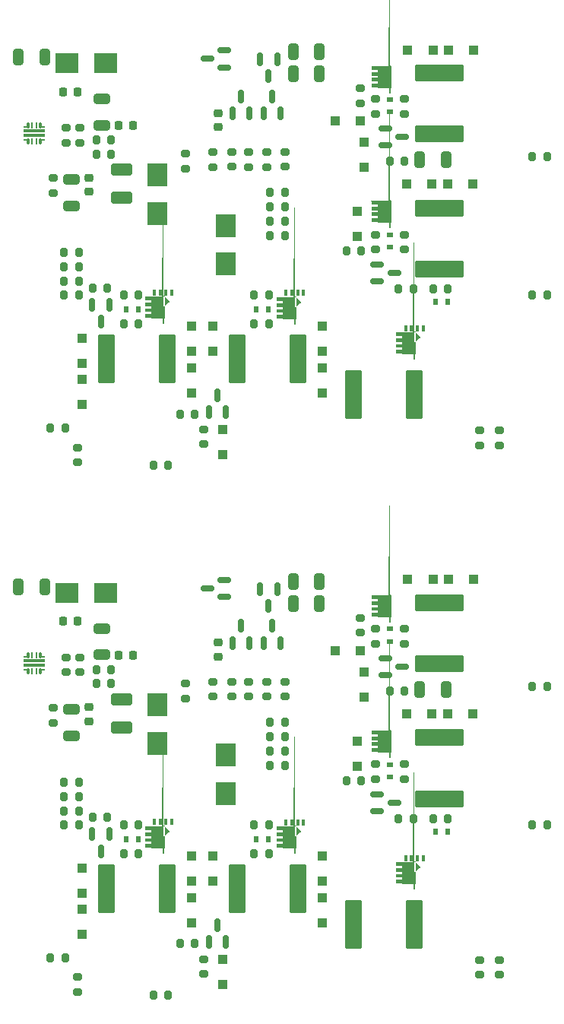
<source format=gbr>
%TF.GenerationSoftware,KiCad,Pcbnew,6.0.11+dfsg-1*%
%TF.CreationDate,2024-04-29T12:11:32+01:00*%
%TF.ProjectId,panel,70616e65-6c2e-46b6-9963-61645f706362,rev?*%
%TF.SameCoordinates,Original*%
%TF.FileFunction,Paste,Bot*%
%TF.FilePolarity,Positive*%
%FSLAX46Y46*%
G04 Gerber Fmt 4.6, Leading zero omitted, Abs format (unit mm)*
G04 Created by KiCad (PCBNEW 6.0.11+dfsg-1) date 2024-04-29 12:11:32*
%MOMM*%
%LPD*%
G01*
G04 APERTURE LIST*
G04 Aperture macros list*
%AMRoundRect*
0 Rectangle with rounded corners*
0 $1 Rounding radius*
0 $2 $3 $4 $5 $6 $7 $8 $9 X,Y pos of 4 corners*
0 Add a 4 corners polygon primitive as box body*
4,1,4,$2,$3,$4,$5,$6,$7,$8,$9,$2,$3,0*
0 Add four circle primitives for the rounded corners*
1,1,$1+$1,$2,$3*
1,1,$1+$1,$4,$5*
1,1,$1+$1,$6,$7*
1,1,$1+$1,$8,$9*
0 Add four rect primitives between the rounded corners*
20,1,$1+$1,$2,$3,$4,$5,0*
20,1,$1+$1,$4,$5,$6,$7,0*
20,1,$1+$1,$6,$7,$8,$9,0*
20,1,$1+$1,$8,$9,$2,$3,0*%
%AMFreePoly0*
4,1,5,0.202500,-0.377500,-0.202500,-0.377500,-0.202500,0.377500,0.202500,0.377500,0.202500,-0.377500,0.202500,-0.377500,$1*%
%AMFreePoly1*
4,1,53,0.118849,1.240000,0.127973,1.217973,0.150000,1.208849,0.168849,1.208849,0.168849,-1.228849,0.150000,-1.228849,0.127973,-1.237973,0.118849,-1.260000,0.118849,-1.828849,-0.118849,-1.828849,-0.118849,-1.260000,-0.127973,-1.237973,-0.150000,-1.228849,-1.318849,-1.228849,-1.318849,-1.210000,-1.327973,-1.187973,-1.350000,-1.178849,-2.018849,-1.178849,-2.018849,-0.791151,-1.350000,-0.791151,
-1.327973,-0.782027,-1.318849,-0.760000,-1.318849,-0.560000,-1.327973,-0.537973,-1.350000,-0.528849,-2.018849,-0.528849,-2.018849,-0.141151,-1.350000,-0.141151,-1.327973,-0.132027,-1.318849,-0.110000,-1.318849,0.090000,-1.327973,0.112027,-1.350000,0.121151,-2.018849,0.121151,-2.018849,0.508849,-1.350000,0.508849,-1.327973,0.517973,-1.318849,0.540000,-1.318849,0.740000,-1.327973,0.762027,
-1.350000,0.771151,-2.018849,0.771151,-2.018849,1.158849,-1.350000,1.158849,-1.327973,1.167973,-1.318849,1.190000,-1.318849,1.208849,-0.150000,1.208849,-0.127973,1.217973,-0.118849,1.240000,-0.118849,1.808849,0.118849,1.808849,0.118849,1.240000,0.118849,1.240000,$1*%
G04 Aperture macros list end*
%ADD10RoundRect,0.250000X-2.475000X0.712500X-2.475000X-0.712500X2.475000X-0.712500X2.475000X0.712500X0*%
%ADD11RoundRect,0.250000X-0.925000X0.412500X-0.925000X-0.412500X0.925000X-0.412500X0.925000X0.412500X0*%
%ADD12FreePoly0,180.000000*%
%ADD13FreePoly1,90.000000*%
%ADD14R,0.700000X0.600000*%
%ADD15R,2.300000X2.500000*%
%ADD16RoundRect,0.200000X0.275000X-0.200000X0.275000X0.200000X-0.275000X0.200000X-0.275000X-0.200000X0*%
%ADD17R,1.100000X1.100000*%
%ADD18RoundRect,0.250000X0.325000X0.650000X-0.325000X0.650000X-0.325000X-0.650000X0.325000X-0.650000X0*%
%ADD19RoundRect,0.150000X-0.150000X0.587500X-0.150000X-0.587500X0.150000X-0.587500X0.150000X0.587500X0*%
%ADD20RoundRect,0.150000X0.150000X-0.587500X0.150000X0.587500X-0.150000X0.587500X-0.150000X-0.587500X0*%
%ADD21FreePoly0,270.000000*%
%ADD22FreePoly1,180.000000*%
%ADD23RoundRect,0.200000X-0.275000X0.200000X-0.275000X-0.200000X0.275000X-0.200000X0.275000X0.200000X0*%
%ADD24RoundRect,0.200000X-0.200000X-0.275000X0.200000X-0.275000X0.200000X0.275000X-0.200000X0.275000X0*%
%ADD25RoundRect,0.200000X0.200000X0.275000X-0.200000X0.275000X-0.200000X-0.275000X0.200000X-0.275000X0*%
%ADD26RoundRect,0.250000X-0.325000X-0.650000X0.325000X-0.650000X0.325000X0.650000X-0.325000X0.650000X0*%
%ADD27R,0.600000X0.700000*%
%ADD28RoundRect,0.050000X0.275000X-0.075000X0.275000X0.075000X-0.275000X0.075000X-0.275000X-0.075000X0*%
%ADD29RoundRect,0.050000X0.100000X-0.250000X0.100000X0.250000X-0.100000X0.250000X-0.100000X-0.250000X0*%
%ADD30RoundRect,0.050000X0.075000X-0.250000X0.075000X0.250000X-0.075000X0.250000X-0.075000X-0.250000X0*%
%ADD31RoundRect,0.050000X1.150000X-0.100000X1.150000X0.100000X-1.150000X0.100000X-1.150000X-0.100000X0*%
%ADD32RoundRect,0.225000X-0.250000X0.225000X-0.250000X-0.225000X0.250000X-0.225000X0.250000X0.225000X0*%
%ADD33RoundRect,0.150000X-0.587500X-0.150000X0.587500X-0.150000X0.587500X0.150000X-0.587500X0.150000X0*%
%ADD34RoundRect,0.150000X0.587500X0.150000X-0.587500X0.150000X-0.587500X-0.150000X0.587500X-0.150000X0*%
%ADD35RoundRect,0.225000X-0.225000X-0.250000X0.225000X-0.250000X0.225000X0.250000X-0.225000X0.250000X0*%
%ADD36RoundRect,0.250000X0.650000X-0.325000X0.650000X0.325000X-0.650000X0.325000X-0.650000X-0.325000X0*%
%ADD37RoundRect,0.250000X0.712500X2.475000X-0.712500X2.475000X-0.712500X-2.475000X0.712500X-2.475000X0*%
%ADD38R,2.500000X2.300000*%
%ADD39RoundRect,0.225000X0.225000X0.250000X-0.225000X0.250000X-0.225000X-0.250000X0.225000X-0.250000X0*%
%ADD40RoundRect,0.250000X-0.650000X0.325000X-0.650000X-0.325000X0.650000X-0.325000X0.650000X0.325000X0*%
%ADD41RoundRect,0.250000X-0.712500X-2.475000X0.712500X-2.475000X0.712500X2.475000X-0.712500X2.475000X0*%
G04 APERTURE END LIST*
D10*
%TO.C,F5*%
X166400000Y-37912500D03*
X166400000Y-44687500D03*
%TD*%
D11*
%TO.C,C13*%
X131000000Y-107662500D03*
X131000000Y-110737500D03*
%TD*%
D10*
%TO.C,F3*%
X166400000Y-52912500D03*
X166400000Y-59687500D03*
%TD*%
D12*
%TO.C,Q2*%
X136625000Y-62300000D03*
D13*
X135640000Y-63950000D03*
D12*
X134675000Y-62300000D03*
X135975000Y-62300000D03*
X135325000Y-62300000D03*
%TD*%
D14*
%TO.C,D3*%
X160900000Y-116300000D03*
X160900000Y-114900000D03*
%TD*%
D15*
%TO.C,D7*%
X142600000Y-59150000D03*
X142600000Y-54850000D03*
%TD*%
D16*
%TO.C,R1*%
X170900000Y-138325000D03*
X170900000Y-136675000D03*
%TD*%
D17*
%TO.C,D14*%
X126600000Y-131000000D03*
X126600000Y-133800000D03*
%TD*%
D18*
%TO.C,C2*%
X153075000Y-38000000D03*
X150125000Y-38000000D03*
%TD*%
D19*
%TO.C,Q4*%
X127750000Y-63662500D03*
X129650000Y-63662500D03*
X128700000Y-65537500D03*
%TD*%
D17*
%TO.C,D13*%
X157300000Y-53300000D03*
X157300000Y-56100000D03*
%TD*%
%TO.C,D14*%
X126600000Y-72000000D03*
X126600000Y-74800000D03*
%TD*%
D16*
%TO.C,R4*%
X126100000Y-81225000D03*
X126100000Y-79575000D03*
%TD*%
%TO.C,R45*%
X126400000Y-45625000D03*
X126400000Y-43975000D03*
%TD*%
D19*
%TO.C,Q4*%
X127750000Y-122662500D03*
X129650000Y-122662500D03*
X128700000Y-124537500D03*
%TD*%
D14*
%TO.C,D18*%
X160900000Y-101200000D03*
X160900000Y-99800000D03*
%TD*%
D20*
%TO.C,D33*%
X145250000Y-42337500D03*
X143350000Y-42337500D03*
X144300000Y-40462500D03*
%TD*%
D21*
%TO.C,Q7*%
X159250000Y-37275000D03*
D22*
X160900000Y-38260000D03*
D21*
X159250000Y-37925000D03*
X159250000Y-39225000D03*
X159250000Y-38575000D03*
%TD*%
%TO.C,Q3*%
X159250000Y-52275000D03*
D22*
X160900000Y-53260000D03*
D21*
X159250000Y-53575000D03*
X159250000Y-52925000D03*
X159250000Y-54225000D03*
%TD*%
D17*
%TO.C,D23*%
X153350000Y-129700000D03*
X153350000Y-132500000D03*
%TD*%
D23*
%TO.C,R37*%
X138100000Y-46875000D03*
X138100000Y-48525000D03*
%TD*%
D24*
%TO.C,R17*%
X145775000Y-65800000D03*
X147425000Y-65800000D03*
%TD*%
D17*
%TO.C,D12*%
X126600000Y-67400000D03*
X126600000Y-70200000D03*
%TD*%
%TO.C,D27*%
X142275000Y-136600000D03*
X142275000Y-139400000D03*
%TD*%
D25*
%TO.C,R30*%
X126250000Y-120050000D03*
X124600000Y-120050000D03*
%TD*%
D26*
%TO.C,C12*%
X164225000Y-106500000D03*
X167175000Y-106500000D03*
%TD*%
D10*
%TO.C,F3*%
X166400000Y-111912500D03*
X166400000Y-118687500D03*
%TD*%
D17*
%TO.C,D11*%
X167350000Y-50250000D03*
X170150000Y-50250000D03*
%TD*%
D24*
%TO.C,R6*%
X131275000Y-124800000D03*
X132925000Y-124800000D03*
%TD*%
D27*
%TO.C,D6*%
X165950000Y-63400000D03*
X167350000Y-63400000D03*
%TD*%
D25*
%TO.C,R2*%
X132925000Y-62600000D03*
X131275000Y-62600000D03*
%TD*%
%TO.C,R31*%
X126275000Y-121625000D03*
X124625000Y-121625000D03*
%TD*%
D18*
%TO.C,C2*%
X153075000Y-97000000D03*
X150125000Y-97000000D03*
%TD*%
D26*
%TO.C,C12*%
X164225000Y-47500000D03*
X167175000Y-47500000D03*
%TD*%
D25*
%TO.C,R13*%
X147425000Y-121600000D03*
X145775000Y-121600000D03*
%TD*%
D17*
%TO.C,D21*%
X153350000Y-66100000D03*
X153350000Y-68900000D03*
%TD*%
D24*
%TO.C,R25*%
X147575000Y-54400000D03*
X149225000Y-54400000D03*
%TD*%
D17*
%TO.C,D8*%
X138800000Y-66100000D03*
X138800000Y-68900000D03*
%TD*%
D25*
%TO.C,R19*%
X136225000Y-81600000D03*
X134575000Y-81600000D03*
%TD*%
D16*
%TO.C,R23*%
X173100000Y-79325000D03*
X173100000Y-77675000D03*
%TD*%
D17*
%TO.C,D27*%
X142275000Y-77600000D03*
X142275000Y-80400000D03*
%TD*%
D28*
%TO.C,U3*%
X122175000Y-45325000D03*
D29*
X122000000Y-45500000D03*
D30*
X121525000Y-45500000D03*
X121075000Y-45500000D03*
D28*
X120425000Y-45325000D03*
D29*
X120600000Y-45500000D03*
D31*
X121300000Y-44850000D03*
X121300000Y-44350000D03*
D28*
X120425000Y-43875000D03*
D29*
X120600000Y-43700000D03*
D30*
X121075000Y-43700000D03*
X121525000Y-43700000D03*
D28*
X122175000Y-43875000D03*
D29*
X122000000Y-43700000D03*
%TD*%
D17*
%TO.C,D25*%
X141200000Y-66100000D03*
X141200000Y-68900000D03*
%TD*%
D32*
%TO.C,C9*%
X127400000Y-49525000D03*
X127400000Y-51075000D03*
%TD*%
D23*
%TO.C,R35*%
X143300000Y-105675000D03*
X143300000Y-107325000D03*
%TD*%
D33*
%TO.C,Q5*%
X159512500Y-61100000D03*
X159512500Y-59200000D03*
X161387500Y-60150000D03*
%TD*%
D20*
%TO.C,D32*%
X148750000Y-101337500D03*
X146850000Y-101337500D03*
X147800000Y-99462500D03*
%TD*%
D25*
%TO.C,R10*%
X157725000Y-116700000D03*
X156075000Y-116700000D03*
%TD*%
D15*
%TO.C,D7*%
X142600000Y-118150000D03*
X142600000Y-113850000D03*
%TD*%
D16*
%TO.C,R4*%
X126100000Y-140225000D03*
X126100000Y-138575000D03*
%TD*%
D17*
%TO.C,D22*%
X162900000Y-94300000D03*
X165700000Y-94300000D03*
%TD*%
D23*
%TO.C,R35*%
X143300000Y-46675000D03*
X143300000Y-48325000D03*
%TD*%
D34*
%TO.C,D35*%
X142437500Y-35350000D03*
X142437500Y-37250000D03*
X140562500Y-36300000D03*
%TD*%
D25*
%TO.C,R41*%
X129875000Y-104350000D03*
X128225000Y-104350000D03*
%TD*%
D23*
%TO.C,R32*%
X149200000Y-105675000D03*
X149200000Y-107325000D03*
%TD*%
D24*
%TO.C,R8*%
X165700000Y-61900000D03*
X167350000Y-61900000D03*
%TD*%
D17*
%TO.C,D23*%
X153350000Y-70700000D03*
X153350000Y-73500000D03*
%TD*%
D27*
%TO.C,D2*%
X131500000Y-123200000D03*
X132900000Y-123200000D03*
%TD*%
D24*
%TO.C,R21*%
X137525000Y-134850000D03*
X139175000Y-134850000D03*
%TD*%
D25*
%TO.C,R12*%
X163525000Y-61900000D03*
X161875000Y-61900000D03*
%TD*%
D34*
%TO.C,D35*%
X142437500Y-94350000D03*
X142437500Y-96250000D03*
X140562500Y-95300000D03*
%TD*%
D24*
%TO.C,R25*%
X147575000Y-113400000D03*
X149225000Y-113400000D03*
%TD*%
D19*
%TO.C,D34*%
X146450000Y-95362500D03*
X148350000Y-95362500D03*
X147400000Y-97237500D03*
%TD*%
D23*
%TO.C,R14*%
X159300000Y-40775000D03*
X159300000Y-42425000D03*
%TD*%
D25*
%TO.C,R29*%
X126250000Y-59475000D03*
X124600000Y-59475000D03*
%TD*%
%TO.C,R41*%
X129875000Y-45350000D03*
X128225000Y-45350000D03*
%TD*%
D33*
%TO.C,Q5*%
X159512500Y-120100000D03*
X159512500Y-118200000D03*
X161387500Y-119150000D03*
%TD*%
D35*
%TO.C,C24*%
X130725000Y-102750000D03*
X132275000Y-102750000D03*
%TD*%
D32*
%TO.C,C9*%
X127400000Y-108525000D03*
X127400000Y-110075000D03*
%TD*%
D18*
%TO.C,C4*%
X153075000Y-35500000D03*
X150125000Y-35500000D03*
%TD*%
D28*
%TO.C,U3*%
X122175000Y-104325000D03*
D29*
X122000000Y-104500000D03*
D30*
X121525000Y-104500000D03*
X121075000Y-104500000D03*
D29*
X120600000Y-104500000D03*
D28*
X120425000Y-104325000D03*
D31*
X121300000Y-103850000D03*
X121300000Y-103350000D03*
D28*
X120425000Y-102875000D03*
D29*
X120600000Y-102700000D03*
D30*
X121075000Y-102700000D03*
X121525000Y-102700000D03*
D28*
X122175000Y-102875000D03*
D29*
X122000000Y-102700000D03*
%TD*%
D16*
%TO.C,R1*%
X170900000Y-79325000D03*
X170900000Y-77675000D03*
%TD*%
D25*
%TO.C,R11*%
X129425000Y-120800000D03*
X127775000Y-120800000D03*
%TD*%
D17*
%TO.C,D10*%
X138800000Y-129700000D03*
X138800000Y-132500000D03*
%TD*%
D25*
%TO.C,R29*%
X126250000Y-118475000D03*
X124600000Y-118475000D03*
%TD*%
D12*
%TO.C,Q1*%
X164600000Y-66292500D03*
D13*
X163615000Y-67942500D03*
D12*
X163950000Y-66292500D03*
X162650000Y-66292500D03*
X163300000Y-66292500D03*
%TD*%
D25*
%TO.C,R5*%
X178425000Y-62600000D03*
X176775000Y-62600000D03*
%TD*%
D20*
%TO.C,D33*%
X145250000Y-101337500D03*
X143350000Y-101337500D03*
X144300000Y-99462500D03*
%TD*%
D16*
%TO.C,R46*%
X123400000Y-51225000D03*
X123400000Y-49575000D03*
%TD*%
D25*
%TO.C,R22*%
X162525000Y-106700000D03*
X160875000Y-106700000D03*
%TD*%
D33*
%TO.C,Q9*%
X160362500Y-104950000D03*
X160362500Y-103050000D03*
X162237500Y-104000000D03*
%TD*%
D17*
%TO.C,D11*%
X167350000Y-109250000D03*
X170150000Y-109250000D03*
%TD*%
D16*
%TO.C,R23*%
X173100000Y-138325000D03*
X173100000Y-136675000D03*
%TD*%
D24*
%TO.C,R26*%
X147575000Y-111800000D03*
X149225000Y-111800000D03*
%TD*%
D25*
%TO.C,R30*%
X126250000Y-61050000D03*
X124600000Y-61050000D03*
%TD*%
D17*
%TO.C,D22*%
X162900000Y-35300000D03*
X165700000Y-35300000D03*
%TD*%
%TO.C,D24*%
X167400000Y-94300000D03*
X170200000Y-94300000D03*
%TD*%
D25*
%TO.C,R9*%
X124725000Y-77400000D03*
X123075000Y-77400000D03*
%TD*%
D23*
%TO.C,R34*%
X145200000Y-105687500D03*
X145200000Y-107337500D03*
%TD*%
D25*
%TO.C,R10*%
X157725000Y-57700000D03*
X156075000Y-57700000D03*
%TD*%
D24*
%TO.C,R26*%
X147575000Y-52800000D03*
X149225000Y-52800000D03*
%TD*%
D17*
%TO.C,D13*%
X157300000Y-112300000D03*
X157300000Y-115100000D03*
%TD*%
D26*
%TO.C,C10*%
X119550000Y-95125000D03*
X122500000Y-95125000D03*
%TD*%
D17*
%TO.C,D9*%
X162800000Y-50250000D03*
X165600000Y-50250000D03*
%TD*%
%TO.C,D25*%
X141200000Y-125100000D03*
X141200000Y-127900000D03*
%TD*%
D23*
%TO.C,R33*%
X147200000Y-46687500D03*
X147200000Y-48337500D03*
%TD*%
D17*
%TO.C,D28*%
X158000000Y-104600000D03*
X158000000Y-107400000D03*
%TD*%
D27*
%TO.C,D2*%
X131500000Y-64200000D03*
X132900000Y-64200000D03*
%TD*%
D12*
%TO.C,Q6*%
X151300000Y-62350000D03*
D13*
X150315000Y-64000000D03*
D12*
X150650000Y-62350000D03*
X149350000Y-62350000D03*
X150000000Y-62350000D03*
%TD*%
D16*
%TO.C,R15*%
X140200000Y-138225000D03*
X140200000Y-136575000D03*
%TD*%
D17*
%TO.C,D21*%
X153350000Y-125100000D03*
X153350000Y-127900000D03*
%TD*%
D15*
%TO.C,D16*%
X135000000Y-49250000D03*
X135000000Y-53550000D03*
%TD*%
D36*
%TO.C,C19*%
X128800000Y-43675000D03*
X128800000Y-40725000D03*
%TD*%
D25*
%TO.C,R43*%
X129875000Y-105900000D03*
X128225000Y-105900000D03*
%TD*%
D23*
%TO.C,R36*%
X141200000Y-105687500D03*
X141200000Y-107337500D03*
%TD*%
D32*
%TO.C,C7*%
X141800000Y-101325000D03*
X141800000Y-102875000D03*
%TD*%
D24*
%TO.C,R24*%
X147575000Y-56000000D03*
X149225000Y-56000000D03*
%TD*%
D25*
%TO.C,R43*%
X129875000Y-46900000D03*
X128225000Y-46900000D03*
%TD*%
D12*
%TO.C,Q1*%
X164600000Y-125292500D03*
D13*
X163615000Y-126942500D03*
D12*
X163950000Y-125292500D03*
X162650000Y-125292500D03*
X163300000Y-125292500D03*
%TD*%
D23*
%TO.C,R37*%
X138100000Y-105875000D03*
X138100000Y-107525000D03*
%TD*%
D24*
%TO.C,R24*%
X147575000Y-115000000D03*
X149225000Y-115000000D03*
%TD*%
D17*
%TO.C,D24*%
X167400000Y-35300000D03*
X170200000Y-35300000D03*
%TD*%
D24*
%TO.C,R21*%
X137525000Y-75850000D03*
X139175000Y-75850000D03*
%TD*%
D17*
%TO.C,D28*%
X158000000Y-45600000D03*
X158000000Y-48400000D03*
%TD*%
D12*
%TO.C,Q6*%
X151300000Y-121350000D03*
D13*
X150315000Y-123000000D03*
D12*
X150650000Y-121350000D03*
X149350000Y-121350000D03*
X150000000Y-121350000D03*
%TD*%
D24*
%TO.C,R6*%
X131275000Y-65800000D03*
X132925000Y-65800000D03*
%TD*%
D37*
%TO.C,F4*%
X150637500Y-128700000D03*
X143862500Y-128700000D03*
%TD*%
D23*
%TO.C,R42*%
X124850000Y-43975000D03*
X124850000Y-45625000D03*
%TD*%
D38*
%TO.C,D36*%
X124950000Y-36800000D03*
X129250000Y-36800000D03*
%TD*%
D25*
%TO.C,R19*%
X136225000Y-140600000D03*
X134575000Y-140600000D03*
%TD*%
D19*
%TO.C,D34*%
X146450000Y-36362500D03*
X148350000Y-36362500D03*
X147400000Y-38237500D03*
%TD*%
D36*
%TO.C,C19*%
X128800000Y-102675000D03*
X128800000Y-99725000D03*
%TD*%
D25*
%TO.C,R11*%
X129425000Y-61800000D03*
X127775000Y-61800000D03*
%TD*%
D23*
%TO.C,R3*%
X159300000Y-114875000D03*
X159300000Y-116525000D03*
%TD*%
D16*
%TO.C,R15*%
X140200000Y-79225000D03*
X140200000Y-77575000D03*
%TD*%
D39*
%TO.C,C17*%
X126075000Y-98950000D03*
X124525000Y-98950000D03*
%TD*%
D23*
%TO.C,R3*%
X159300000Y-55875000D03*
X159300000Y-57525000D03*
%TD*%
D17*
%TO.C,D12*%
X126600000Y-126400000D03*
X126600000Y-129200000D03*
%TD*%
D40*
%TO.C,C20*%
X125400000Y-108725000D03*
X125400000Y-111675000D03*
%TD*%
D16*
%TO.C,R46*%
X123400000Y-110225000D03*
X123400000Y-108575000D03*
%TD*%
D25*
%TO.C,R5*%
X178425000Y-121600000D03*
X176775000Y-121600000D03*
%TD*%
D32*
%TO.C,C7*%
X141800000Y-42325000D03*
X141800000Y-43875000D03*
%TD*%
D25*
%TO.C,R31*%
X126275000Y-62625000D03*
X124625000Y-62625000D03*
%TD*%
D27*
%TO.C,D6*%
X165950000Y-122400000D03*
X167350000Y-122400000D03*
%TD*%
D25*
%TO.C,R16*%
X178425000Y-47200000D03*
X176775000Y-47200000D03*
%TD*%
D16*
%TO.C,R7*%
X162500000Y-57525000D03*
X162500000Y-55875000D03*
%TD*%
D23*
%TO.C,R42*%
X124850000Y-102975000D03*
X124850000Y-104625000D03*
%TD*%
%TO.C,R34*%
X145200000Y-46687500D03*
X145200000Y-48337500D03*
%TD*%
D10*
%TO.C,F5*%
X166400000Y-96912500D03*
X166400000Y-103687500D03*
%TD*%
D16*
%TO.C,R20*%
X157600000Y-100225000D03*
X157600000Y-98575000D03*
%TD*%
D27*
%TO.C,D17*%
X146000000Y-64200000D03*
X147400000Y-64200000D03*
%TD*%
D23*
%TO.C,R32*%
X149200000Y-46675000D03*
X149200000Y-48325000D03*
%TD*%
D25*
%TO.C,R13*%
X147425000Y-62600000D03*
X145775000Y-62600000D03*
%TD*%
D24*
%TO.C,R8*%
X165700000Y-120900000D03*
X167350000Y-120900000D03*
%TD*%
D25*
%TO.C,R38*%
X126250000Y-116875000D03*
X124600000Y-116875000D03*
%TD*%
D16*
%TO.C,R20*%
X157600000Y-41225000D03*
X157600000Y-39575000D03*
%TD*%
D24*
%TO.C,R17*%
X145775000Y-124800000D03*
X147425000Y-124800000D03*
%TD*%
D17*
%TO.C,D9*%
X162800000Y-109250000D03*
X165600000Y-109250000D03*
%TD*%
D41*
%TO.C,F1*%
X156812500Y-132700000D03*
X163587500Y-132700000D03*
%TD*%
D17*
%TO.C,D10*%
X138800000Y-70700000D03*
X138800000Y-73500000D03*
%TD*%
D12*
%TO.C,Q2*%
X136625000Y-121300000D03*
D13*
X135640000Y-122950000D03*
D12*
X135325000Y-121300000D03*
X135975000Y-121300000D03*
X134675000Y-121300000D03*
%TD*%
D21*
%TO.C,Q7*%
X159250000Y-96275000D03*
D22*
X160900000Y-97260000D03*
D21*
X159250000Y-96925000D03*
X159250000Y-98225000D03*
X159250000Y-97575000D03*
%TD*%
D25*
%TO.C,R16*%
X178425000Y-106200000D03*
X176775000Y-106200000D03*
%TD*%
D14*
%TO.C,D18*%
X160900000Y-42200000D03*
X160900000Y-40800000D03*
%TD*%
D17*
%TO.C,D26*%
X154800000Y-43200000D03*
X157600000Y-43200000D03*
%TD*%
D24*
%TO.C,R27*%
X147575000Y-110200000D03*
X149225000Y-110200000D03*
%TD*%
%TO.C,R27*%
X147575000Y-51200000D03*
X149225000Y-51200000D03*
%TD*%
D25*
%TO.C,R9*%
X124725000Y-136400000D03*
X123075000Y-136400000D03*
%TD*%
D23*
%TO.C,R33*%
X147200000Y-105687500D03*
X147200000Y-107337500D03*
%TD*%
D26*
%TO.C,C10*%
X119550000Y-36125000D03*
X122500000Y-36125000D03*
%TD*%
D14*
%TO.C,D3*%
X160900000Y-57300000D03*
X160900000Y-55900000D03*
%TD*%
D20*
%TO.C,D32*%
X148750000Y-42337500D03*
X146850000Y-42337500D03*
X147800000Y-40462500D03*
%TD*%
%TO.C,Q8*%
X142650000Y-134637500D03*
X140750000Y-134637500D03*
X141700000Y-132762500D03*
%TD*%
D17*
%TO.C,D26*%
X154800000Y-102200000D03*
X157600000Y-102200000D03*
%TD*%
D37*
%TO.C,F2*%
X136087500Y-69700000D03*
X129312500Y-69700000D03*
%TD*%
D35*
%TO.C,C24*%
X130725000Y-43750000D03*
X132275000Y-43750000D03*
%TD*%
D21*
%TO.C,Q3*%
X159250000Y-111275000D03*
D22*
X160900000Y-112260000D03*
D21*
X159250000Y-113225000D03*
X159250000Y-112575000D03*
X159250000Y-111925000D03*
%TD*%
D16*
%TO.C,R18*%
X162500000Y-42425000D03*
X162500000Y-40775000D03*
%TD*%
D37*
%TO.C,F2*%
X136087500Y-128700000D03*
X129312500Y-128700000D03*
%TD*%
D38*
%TO.C,D36*%
X124950000Y-95800000D03*
X129250000Y-95800000D03*
%TD*%
D27*
%TO.C,D17*%
X146000000Y-123200000D03*
X147400000Y-123200000D03*
%TD*%
D25*
%TO.C,R12*%
X163525000Y-120900000D03*
X161875000Y-120900000D03*
%TD*%
D17*
%TO.C,D8*%
X138800000Y-125100000D03*
X138800000Y-127900000D03*
%TD*%
D18*
%TO.C,C4*%
X153075000Y-94500000D03*
X150125000Y-94500000D03*
%TD*%
D23*
%TO.C,R14*%
X159300000Y-99775000D03*
X159300000Y-101425000D03*
%TD*%
D25*
%TO.C,R2*%
X132925000Y-121600000D03*
X131275000Y-121600000D03*
%TD*%
D39*
%TO.C,C17*%
X126075000Y-39950000D03*
X124525000Y-39950000D03*
%TD*%
D16*
%TO.C,R45*%
X126400000Y-104625000D03*
X126400000Y-102975000D03*
%TD*%
D23*
%TO.C,R36*%
X141200000Y-46687500D03*
X141200000Y-48337500D03*
%TD*%
D20*
%TO.C,Q8*%
X142650000Y-75637500D03*
X140750000Y-75637500D03*
X141700000Y-73762500D03*
%TD*%
D41*
%TO.C,F1*%
X156812500Y-73700000D03*
X163587500Y-73700000D03*
%TD*%
D25*
%TO.C,R22*%
X162525000Y-47700000D03*
X160875000Y-47700000D03*
%TD*%
D37*
%TO.C,F4*%
X150637500Y-69700000D03*
X143862500Y-69700000D03*
%TD*%
D16*
%TO.C,R18*%
X162500000Y-101425000D03*
X162500000Y-99775000D03*
%TD*%
D11*
%TO.C,C13*%
X131000000Y-48662500D03*
X131000000Y-51737500D03*
%TD*%
D25*
%TO.C,R38*%
X126250000Y-57875000D03*
X124600000Y-57875000D03*
%TD*%
D40*
%TO.C,C20*%
X125400000Y-49725000D03*
X125400000Y-52675000D03*
%TD*%
D15*
%TO.C,D16*%
X135000000Y-108250000D03*
X135000000Y-112550000D03*
%TD*%
D16*
%TO.C,R7*%
X162500000Y-116525000D03*
X162500000Y-114875000D03*
%TD*%
D33*
%TO.C,Q9*%
X160362500Y-45950000D03*
X160362500Y-44050000D03*
X162237500Y-45000000D03*
%TD*%
M02*

</source>
